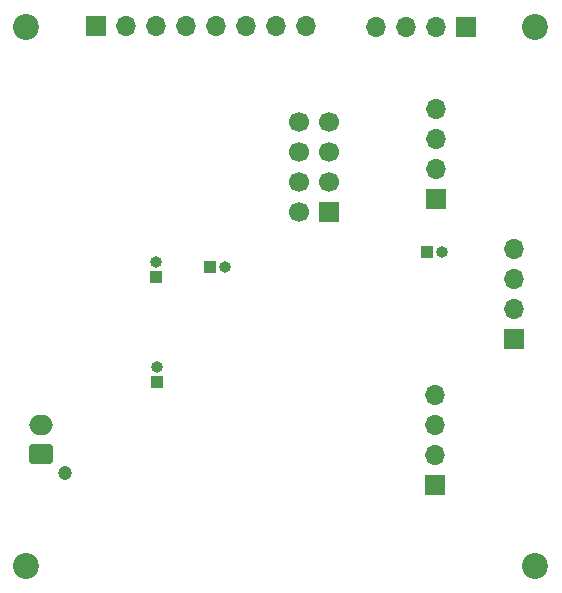
<source format=gbs>
G04 #@! TF.GenerationSoftware,KiCad,Pcbnew,8.0.8*
G04 #@! TF.CreationDate,2025-01-30T19:33:48+01:00*
G04 #@! TF.ProjectId,HAMS_node,48414d53-5f6e-46f6-9465-2e6b69636164,rev?*
G04 #@! TF.SameCoordinates,Original*
G04 #@! TF.FileFunction,Soldermask,Bot*
G04 #@! TF.FilePolarity,Negative*
%FSLAX46Y46*%
G04 Gerber Fmt 4.6, Leading zero omitted, Abs format (unit mm)*
G04 Created by KiCad (PCBNEW 8.0.8) date 2025-01-30 19:33:48*
%MOMM*%
%LPD*%
G01*
G04 APERTURE LIST*
G04 Aperture macros list*
%AMRoundRect*
0 Rectangle with rounded corners*
0 $1 Rounding radius*
0 $2 $3 $4 $5 $6 $7 $8 $9 X,Y pos of 4 corners*
0 Add a 4 corners polygon primitive as box body*
4,1,4,$2,$3,$4,$5,$6,$7,$8,$9,$2,$3,0*
0 Add four circle primitives for the rounded corners*
1,1,$1+$1,$2,$3*
1,1,$1+$1,$4,$5*
1,1,$1+$1,$6,$7*
1,1,$1+$1,$8,$9*
0 Add four rect primitives between the rounded corners*
20,1,$1+$1,$2,$3,$4,$5,0*
20,1,$1+$1,$4,$5,$6,$7,0*
20,1,$1+$1,$6,$7,$8,$9,0*
20,1,$1+$1,$8,$9,$2,$3,0*%
G04 Aperture macros list end*
%ADD10C,2.200000*%
%ADD11R,1.000000X1.000000*%
%ADD12O,1.000000X1.000000*%
%ADD13O,2.000000X1.700000*%
%ADD14RoundRect,0.250000X0.750000X-0.600000X0.750000X0.600000X-0.750000X0.600000X-0.750000X-0.600000X0*%
%ADD15C,1.200000*%
%ADD16R,1.700000X1.700000*%
%ADD17O,1.700000X1.700000*%
%ADD18C,1.700000*%
G04 APERTURE END LIST*
D10*
X211900000Y-59800000D03*
D11*
X202700000Y-78850000D03*
D12*
X203970000Y-78850000D03*
X185595000Y-80100000D03*
D11*
X184325000Y-80100000D03*
X179825000Y-89850000D03*
D12*
X179825000Y-88580000D03*
D11*
X179800000Y-80945000D03*
D12*
X179800000Y-79675000D03*
D13*
X170075000Y-93450000D03*
D14*
X170075000Y-95950000D03*
D15*
X172075000Y-97550000D03*
D16*
X203410000Y-98520000D03*
D17*
X203410000Y-95980000D03*
X203410000Y-93440000D03*
X203410000Y-90900000D03*
D10*
X211900000Y-105400000D03*
D16*
X206030000Y-59750000D03*
D17*
X203490000Y-59750000D03*
X200950000Y-59750000D03*
X198410000Y-59750000D03*
D10*
X168800000Y-105400000D03*
X168800000Y-59800000D03*
D16*
X210050000Y-86180000D03*
D17*
X210050000Y-83640000D03*
X210050000Y-81100000D03*
X210050000Y-78560000D03*
D16*
X203460000Y-74300000D03*
D17*
X203460000Y-71760000D03*
X203460000Y-69220000D03*
X203460000Y-66680000D03*
D16*
X174700000Y-59700000D03*
D17*
X177240000Y-59700000D03*
X179780000Y-59700000D03*
X182320000Y-59700000D03*
X184860000Y-59700000D03*
X187400000Y-59700000D03*
X189940000Y-59700000D03*
X192480000Y-59700000D03*
D16*
X194439500Y-75420000D03*
D18*
X191899500Y-75420000D03*
X194439500Y-72880000D03*
X191899500Y-72880000D03*
X194439500Y-70340000D03*
X191899500Y-70340000D03*
X194439500Y-67800000D03*
X191899500Y-67800000D03*
M02*

</source>
